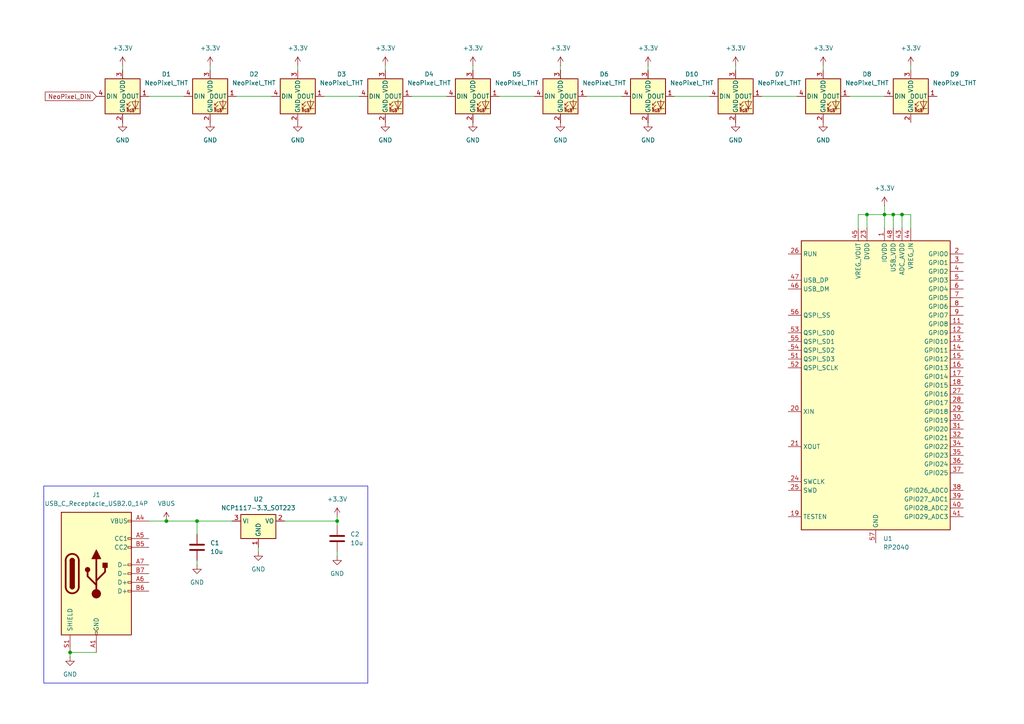
<source format=kicad_sch>
(kicad_sch (version 20250114) (generator "eeschema") (generator_version "9.0")
  (paper "A4")
  (lib_symbols
    (symbol "Connector:USB_C_Receptacle_USB2.0_14P" (pin_names (offset 1.016))
      (property "Reference" "J" (at 0 22.225 0))
      (property "Value" "USB_C_Receptacle_USB2.0_14P" (at 0 19.685 0))
      (symbol "USB_C_Receptacle_USB2.0_14P_0_0"
        (rectangle (start -0.254 -17.78) (end 0.254 -16.764))
        (rectangle (start 10.16 15.494) (end 9.144 14.986))
        (rectangle (start 10.16 10.414) (end 9.144 9.906))
        (rectangle (start 10.16 7.874) (end 9.144 7.366))
        (rectangle (start 10.16 2.794) (end 9.144 2.286))
        (rectangle (start 10.16 0.254) (end 9.144 -0.254))
        (rectangle (start 10.16 -2.286) (end 9.144 -2.794))
        (rectangle (start 10.16 -4.826) (end 9.144 -5.334))
      )
      (symbol "USB_C_Receptacle_USB2.0_14P_0_1"
        (rectangle (start -10.16 17.78) (end 10.16 -17.78) (stroke (width 0.254)) (fill (type background)))
        (polyline (pts (xy -8.89 -3.81) (xy -8.89 3.81)) (stroke (width 0.508)))
        (rectangle (start -7.62 -3.81) (end -6.35 3.81) (stroke (width 0.254)) (fill (type outline)))
        (arc (start -7.62 3.81) (mid -6.985 4.4423) (end -6.35 3.81) (stroke (width 0.254)))
        (arc (start -7.62 3.81) (mid -6.985 4.4423) (end -6.35 3.81) (stroke (width 0.254)) (fill (type outline)))
        (arc (start -8.89 3.81) (mid -6.985 5.7067) (end -5.08 3.81) (stroke (width 0.508)))
        (arc (start -5.08 -3.81) (mid -6.985 -5.7067) (end -8.89 -3.81) (stroke (width 0.508)))
        (arc (start -6.35 -3.81) (mid -6.985 -4.4423) (end -7.62 -3.81) (stroke (width 0.254)))
        (arc (start -6.35 -3.81) (mid -6.985 -4.4423) (end -7.62 -3.81) (stroke (width 0.254)) (fill (type outline)))
        (polyline (pts (xy -5.08 3.81) (xy -5.08 -3.81)) (stroke (width 0.508)))
        (circle (center -2.54 1.143) (radius 0.635) (stroke (width 0.254)) (fill (type outline)))
        (polyline (pts (xy -1.27 4.318) (xy 0 6.858) (xy 1.27 4.318) (xy -1.27 4.318)) (stroke (width 0.254)) (fill (type outline)))
        (polyline (pts (xy 0 -2.032) (xy 2.54 0.508) (xy 2.54 1.778)) (stroke (width 0.508)))
        (polyline (pts (xy 0 -3.302) (xy -2.54 -0.762) (xy -2.54 0.508)) (stroke (width 0.508)))
        (polyline (pts (xy 0 -5.842) (xy 0 4.318)) (stroke (width 0.508)))
        (circle (center 0 -5.842) (radius 1.27) (fill (type outline)))
        (rectangle (start 1.905 1.778) (end 3.175 3.048) (stroke (width 0.254)) (fill (type outline)))
      )
      (symbol "USB_C_Receptacle_USB2.0_14P_1_1"
        (pin passive line (at -7.62 -22.86 90) (length 5.08) (name "SHIELD") (number "S1"))
        (pin passive line (at 0 -22.86 90) (length 5.08) (name "GND") (number "A1"))
        (pin passive line (at 0 -22.86 90) (length 5.08) (hide yes) (name "GND") (number "A12"))
        (pin passive line (at 0 -22.86 90) (length 5.08) (hide yes) (name "GND") (number "B1"))
        (pin passive line (at 0 -22.86 90) (length 5.08) (hide yes) (name "GND") (number "B12"))
        (pin passive line (at 15.24 15.24 180) (length 5.08) (name "VBUS") (number "A4"))
        (pin passive line (at 15.24 15.24 180) (length 5.08) (hide yes) (name "VBUS") (number "A9"))
        (pin passive line (at 15.24 15.24 180) (length 5.08) (hide yes) (name "VBUS") (number "B4"))
        (pin passive line (at 15.24 15.24 180) (length 5.08) (hide yes) (name "VBUS") (number "B9"))
        (pin bidirectional line (at 15.24 10.16 180) (length 5.08) (name "CC1") (number "A5"))
        (pin bidirectional line (at 15.24 7.62 180) (length 5.08) (name "CC2") (number "B5"))
        (pin bidirectional line (at 15.24 2.54 180) (length 5.08) (name "D-") (number "A7"))
        (pin bidirectional line (at 15.24 0 180) (length 5.08) (name "D-") (number "B7"))
        (pin bidirectional line (at 15.24 -2.54 180) (length 5.08) (name "D+") (number "A6"))
        (pin bidirectional line (at 15.24 -5.08 180) (length 5.08) (name "D+") (number "B6"))
      )
    )
    (symbol "Device:C" (pin_numbers (hide yes)) (pin_names (offset 0.254))
      (property "Reference" "C" (at 0.635 2.54 0))
      (property "Value" "C" (at 0.635 -2.54 0))
      (symbol "C_0_1"
        (polyline (pts (xy -2.032 0.762) (xy 2.032 0.762)) (stroke (width 0.508)))
        (polyline (pts (xy -2.032 -0.762) (xy 2.032 -0.762)) (stroke (width 0.508)))
      )
      (symbol "C_1_1"
        (pin passive line (at 0 3.81 270) (length 2.794) (name "~") (number "1"))
        (pin passive line (at 0 -3.81 90) (length 2.794) (name "~") (number "2"))
      )
    )
    (symbol "LED:NeoPixel_THT" (pin_names (offset 0.254))
      (property "Reference" "D" (at 5.08 5.715 0))
      (property "Value" "NeoPixel_THT" (at 1.27 -5.715 0))
      (symbol "NeoPixel_THT_0_0"
        (text "RGB" (at 2.286 -4.191 0) (effects (font (size 0.762 0.762))))
      )
      (symbol "NeoPixel_THT_0_1"
        (polyline (pts (xy 1.27 -2.54) (xy 1.778 -2.54)))
        (polyline (pts (xy 1.27 -3.556) (xy 1.778 -3.556)))
        (polyline (pts (xy 2.286 -1.524) (xy 1.27 -2.54) (xy 1.27 -2.032)))
        (polyline (pts (xy 2.286 -2.54) (xy 1.27 -3.556) (xy 1.27 -3.048)))
        (polyline (pts (xy 3.683 -1.016) (xy 3.683 -3.556) (xy 3.683 -4.064)))
        (polyline (pts (xy 4.699 -1.524) (xy 2.667 -1.524) (xy 3.683 -3.556) (xy 4.699 -1.524)))
        (polyline (pts (xy 4.699 -3.556) (xy 2.667 -3.556)))
        (rectangle (start 5.08 5.08) (end -5.08 -5.08) (stroke (width 0.254)) (fill (type background)))
      )
      (symbol "NeoPixel_THT_1_1"
        (pin input line (at -7.62 0 0) (length 2.54) (name "DIN") (number "4"))
        (pin power_in line (at 0 7.62 270) (length 2.54) (name "VDD") (number "3"))
        (pin power_in line (at 0 -7.62 90) (length 2.54) (name "GND") (number "2"))
        (pin output line (at 7.62 0 180) (length 2.54) (name "DOUT") (number "1"))
      )
    )
    (symbol "MCU_RaspberryPi:RP2040"
      (property "Reference" "U" (at 17.78 45.72 0))
      (property "Value" "RP2040" (at 17.78 43.18 0))
      (symbol "RP2040_0_1"
        (rectangle (start -21.59 41.91) (end 21.59 -41.91) (stroke (width 0.254)) (fill (type background)))
      )
      (symbol "RP2040_1_1"
        (pin input line (at -25.4 38.1 0) (length 3.81) (name "RUN") (number "26"))
        (pin bidirectional line (at -25.4 30.48 0) (length 3.81) (name "USB_DP") (number "47"))
        (pin bidirectional line (at -25.4 27.94 0) (length 3.81) (name "USB_DM") (number "46"))
        (pin bidirectional line (at -25.4 20.32 0) (length 3.81) (name "QSPI_SS") (number "56"))
        (pin bidirectional line (at -25.4 15.24 0) (length 3.81) (name "QSPI_SD0") (number "53"))
        (pin bidirectional line (at -25.4 12.7 0) (length 3.81) (name "QSPI_SD1") (number "55"))
        (pin bidirectional line (at -25.4 10.16 0) (length 3.81) (name "QSPI_SD2") (number "54"))
        (pin bidirectional line (at -25.4 7.62 0) (length 3.81) (name "QSPI_SD3") (number "51"))
        (pin output line (at -25.4 5.08 0) (length 3.81) (name "QSPI_SCLK") (number "52"))
        (pin input line (at -25.4 -7.62 0) (length 3.81) (name "XIN") (number "20"))
        (pin passive line (at -25.4 -17.78 0) (length 3.81) (name "XOUT") (number "21"))
        (pin input line (at -25.4 -27.94 0) (length 3.81) (name "SWCLK") (number "24"))
        (pin bidirectional line (at -25.4 -30.48 0) (length 3.81) (name "SWD") (number "25"))
        (pin input line (at -25.4 -38.1 0) (length 3.81) (name "TESTEN") (number "19"))
        (pin power_out line (at -5.08 45.72 270) (length 3.81) (name "VREG_VOUT") (number "45"))
        (pin power_in line (at -2.54 45.72 270) (length 3.81) (name "DVDD") (number "23"))
        (pin passive line (at -2.54 45.72 270) (length 3.81) (hide yes) (name "DVDD") (number "50"))
        (pin power_in line (at 0 -45.72 90) (length 3.81) (name "GND") (number "57"))
        (pin power_in line (at 2.54 45.72 270) (length 3.81) (name "IOVDD") (number "1"))
        (pin passive line (at 2.54 45.72 270) (length 3.81) (hide yes) (name "IOVDD") (number "10"))
        (pin passive line (at 2.54 45.72 270) (length 3.81) (hide yes) (name "IOVDD") (number "22"))
        (pin passive line (at 2.54 45.72 270) (length 3.81) (hide yes) (name "IOVDD") (number "33"))
        (pin passive line (at 2.54 45.72 270) (length 3.81) (hide yes) (name "IOVDD") (number "42"))
        (pin passive line (at 2.54 45.72 270) (length 3.81) (hide yes) (name "IOVDD") (number "49"))
        (pin power_in line (at 5.08 45.72 270) (length 3.81) (name "USB_VDD") (number "48"))
        (pin power_in line (at 7.62 45.72 270) (length 3.81) (name "ADC_AVDD") (number "43"))
        (pin power_in line (at 10.16 45.72 270) (length 3.81) (name "VREG_IN") (number "44"))
        (pin bidirectional line (at 25.4 38.1 180) (length 3.81) (name "GPIO0") (number "2"))
        (pin bidirectional line (at 25.4 35.56 180) (length 3.81) (name "GPIO1") (number "3"))
        (pin bidirectional line (at 25.4 33.02 180) (length 3.81) (name "GPIO2") (number "4"))
        (pin bidirectional line (at 25.4 30.48 180) (length 3.81) (name "GPIO3") (number "5"))
        (pin bidirectional line (at 25.4 27.94 180) (length 3.81) (name "GPIO4") (number "6"))
        (pin bidirectional line (at 25.4 25.4 180) (length 3.81) (name "GPIO5") (number "7"))
        (pin bidirectional line (at 25.4 22.86 180) (length 3.81) (name "GPIO6") (number "8"))
        (pin bidirectional line (at 25.4 20.32 180) (length 3.81) (name "GPIO7") (number "9"))
        (pin bidirectional line (at 25.4 17.78 180) (length 3.81) (name "GPIO8") (number "11"))
        (pin bidirectional line (at 25.4 15.24 180) (length 3.81) (name "GPIO9") (number "12"))
        (pin bidirectional line (at 25.4 12.7 180) (length 3.81) (name "GPIO10") (number "13"))
        (pin bidirectional line (at 25.4 10.16 180) (length 3.81) (name "GPIO11") (number "14"))
        (pin bidirectional line (at 25.4 7.62 180) (length 3.81) (name "GPIO12") (number "15"))
        (pin bidirectional line (at 25.4 5.08 180) (length 3.81) (name "GPIO13") (number "16"))
        (pin bidirectional line (at 25.4 2.54 180) (length 3.81) (name "GPIO14") (number "17"))
        (pin bidirectional line (at 25.4 0 180) (length 3.81) (name "GPIO15") (number "18"))
        (pin bidirectional line (at 25.4 -2.54 180) (length 3.81) (name "GPIO16") (number "27"))
        (pin bidirectional line (at 25.4 -5.08 180) (length 3.81) (name "GPIO17") (number "28"))
        (pin bidirectional line (at 25.4 -7.62 180) (length 3.81) (name "GPIO18") (number "29"))
        (pin bidirectional line (at 25.4 -10.16 180) (length 3.81) (name "GPIO19") (number "30"))
        (pin bidirectional line (at 25.4 -12.7 180) (length 3.81) (name "GPIO20") (number "31"))
        (pin bidirectional line (at 25.4 -15.24 180) (length 3.81) (name "GPIO21") (number "32"))
        (pin bidirectional line (at 25.4 -17.78 180) (length 3.81) (name "GPIO22") (number "34"))
        (pin bidirectional line (at 25.4 -20.32 180) (length 3.81) (name "GPIO23") (number "35"))
        (pin bidirectional line (at 25.4 -22.86 180) (length 3.81) (name "GPIO24") (number "36"))
        (pin bidirectional line (at 25.4 -25.4 180) (length 3.81) (name "GPIO25") (number "37"))
        (pin bidirectional line (at 25.4 -30.48 180) (length 3.81) (name "GPIO26_ADC0") (number "38"))
        (pin bidirectional line (at 25.4 -33.02 180) (length 3.81) (name "GPIO27_ADC1") (number "39"))
        (pin bidirectional line (at 25.4 -35.56 180) (length 3.81) (name "GPIO28_ADC2") (number "40"))
        (pin bidirectional line (at 25.4 -38.1 180) (length 3.81) (name "GPIO29_ADC3") (number "41"))
      )
    )
    (symbol "Regulator_Linear:NCP1117-3.3_SOT223"
      (property "Reference" "U" (at -3.81 3.175 0))
      (property "Value" "NCP1117-3.3_SOT223" (at 0 3.175 0))
      (symbol "NCP1117-3.3_SOT223_0_1"
        (rectangle (start -5.08 -5.08) (end 5.08 1.905) (stroke (width 0.254)) (fill (type background)))
      )
      (symbol "NCP1117-3.3_SOT223_1_1"
        (pin power_in line (at -7.62 0 0) (length 2.54) (name "VI") (number "3"))
        (pin power_in line (at 0 -7.62 90) (length 2.54) (name "GND") (number "1"))
        (pin power_out line (at 7.62 0 180) (length 2.54) (name "VO") (number "2"))
      )
    )
    (symbol "power:+3.3V" (power) (pin_numbers (hide yes)) (pin_names (offset 0) (hide yes))
      (property "Value" "+3.3V" (at 0 3.556 0))
      (symbol "+3.3V_0_1"
        (polyline (pts (xy -0.762 1.27) (xy 0 2.54)))
        (polyline (pts (xy 0 2.54) (xy 0.762 1.27)))
        (polyline (pts (xy 0 0) (xy 0 2.54)))
      )
      (symbol "+3.3V_1_1"
        (pin power_in line (at 0 0 90) (length 0) (name "~") (number "1"))
      )
    )
    (symbol "power:GND" (power) (pin_numbers (hide yes)) (pin_names (offset 0) (hide yes))
      (property "Value" "GND" (at 0 -3.81 0))
      (symbol "GND_0_1"
        (polyline (pts (xy 0 0) (xy 0 -1.27) (xy 1.27 -1.27) (xy 0 -2.54) (xy -1.27 -1.27) (xy 0 -1.27)))
      )
      (symbol "GND_1_1"
        (pin power_in line (at 0 0 270) (length 0) (name "~") (number "1"))
      )
    )
    (symbol "power:VBUS" (power) (pin_numbers (hide yes)) (pin_names (offset 0) (hide yes))
      (property "Value" "VBUS" (at 0 3.556 0))
      (symbol "VBUS_0_1"
        (polyline (pts (xy -0.762 1.27) (xy 0 2.54)))
        (polyline (pts (xy 0 2.54) (xy 0.762 1.27)))
        (polyline (pts (xy 0 0) (xy 0 2.54)))
      )
      (symbol "VBUS_1_1"
        (pin power_in line (at 0 0 90) (length 0) (name "~") (number "1"))
      )
    )
  )
  (rectangle (start 12.7 140.97) (end 106.68 198.12))
  (junction (at 57.15 151.13))
  (junction (at 48.26 151.13))
  (junction (at 251.46 62.23))
  (junction (at 20.32 189.23))
  (junction (at 261.62 62.23))
  (junction (at 97.79 151.13))
  (junction (at 259.08 62.23))
  (junction (at 256.54 62.23))
  (wire (pts (xy 97.79 149.86) (xy 97.79 151.13)))
  (wire (pts (xy 238.76 19.05) (xy 238.76 20.32)))
  (wire (pts (xy 261.62 62.23) (xy 261.62 66.04)))
  (wire (pts (xy 35.56 19.05) (xy 35.56 20.32)))
  (wire (pts (xy 93.98 27.94) (xy 104.14 27.94)))
  (wire (pts (xy 111.76 19.05) (xy 111.76 20.32)))
  (wire (pts (xy 251.46 66.04) (xy 251.46 62.23)))
  (wire (pts (xy 259.08 62.23) (xy 261.62 62.23)))
  (wire (pts (xy 187.96 19.05) (xy 187.96 20.32)))
  (wire (pts (xy 259.08 62.23) (xy 259.08 66.04)))
  (wire (pts (xy 220.98 27.94) (xy 231.14 27.94)))
  (wire (pts (xy 74.93 158.75) (xy 74.93 160.02)))
  (wire (pts (xy 20.32 190.5) (xy 20.32 189.23)))
  (wire (pts (xy 119.38 27.94) (xy 129.54 27.94)))
  (wire (pts (xy 43.18 27.94) (xy 53.34 27.94)))
  (wire (pts (xy 264.16 62.23) (xy 264.16 66.04)))
  (wire (pts (xy 60.96 19.05) (xy 60.96 20.32)))
  (wire (pts (xy 68.58 27.94) (xy 78.74 27.94)))
  (wire (pts (xy 137.16 19.05) (xy 137.16 20.32)))
  (wire (pts (xy 57.15 151.13) (xy 57.15 154.94)))
  (wire (pts (xy 248.92 62.23) (xy 251.46 62.23)))
  (wire (pts (xy 261.62 62.23) (xy 264.16 62.23)))
  (wire (pts (xy 144.78 27.94) (xy 154.94 27.94)))
  (wire (pts (xy 82.55 151.13) (xy 97.79 151.13)))
  (wire (pts (xy 256.54 62.23) (xy 256.54 66.04)))
  (wire (pts (xy 162.56 19.05) (xy 162.56 20.32)))
  (wire (pts (xy 251.46 62.23) (xy 256.54 62.23)))
  (wire (pts (xy 256.54 62.23) (xy 259.08 62.23)))
  (wire (pts (xy 20.32 189.23) (xy 27.94 189.23)))
  (wire (pts (xy 264.16 19.05) (xy 264.16 20.32)))
  (wire (pts (xy 43.18 151.13) (xy 48.26 151.13)))
  (wire (pts (xy 246.38 27.94) (xy 256.54 27.94)))
  (wire (pts (xy 256.54 59.69) (xy 256.54 62.23)))
  (wire (pts (xy 86.36 19.05) (xy 86.36 20.32)))
  (wire (pts (xy 57.15 151.13) (xy 67.31 151.13)))
  (wire (pts (xy 57.15 162.56) (xy 57.15 163.83)))
  (wire (pts (xy 48.26 151.13) (xy 57.15 151.13)))
  (wire (pts (xy 248.92 66.04) (xy 248.92 62.23)))
  (wire (pts (xy 195.58 27.94) (xy 205.74 27.94)))
  (wire (pts (xy 97.79 151.13) (xy 97.79 152.4)))
  (wire (pts (xy 213.36 19.05) (xy 213.36 20.32)))
  (wire (pts (xy 97.79 160.02) (xy 97.79 161.29)))
  (wire (pts (xy 170.18 27.94) (xy 180.34 27.94)))
  (global_label "NeoPixel_DIN" (shape input) (at 27.94 27.94 180) (property "Intersheetrefs" "${INTERSHEET_REFS}" (effects (hide yes))))
  (symbol (lib_id "LED:NeoPixel_THT") (at 238.76 27.94 0) (unit 1)
    (property "Reference" "D8" (at 251.46 21.5198 0))
    (property "Value" "NeoPixel_THT" (at 251.46 24.0598 0))
    (property "Datasheet" "https://www.adafruit.com/product/1938" (effects (hide yes)))
    (property "Description" "RGB LED with integrated controller, 5mm/8mm LED package" (effects (hide yes)))
  )
  (symbol (lib_id "power:GND") (at 137.16 35.56 0) (unit 1)
    (property "Reference" "#PWR05" (effects (hide yes)))
    (property "Value" "GND" (at 137.16 40.64 0))
    (property "Description" "Power symbol creates a global label with name \"GND\" , ground" (effects (hide yes)))
  )
  (symbol (lib_id "LED:NeoPixel_THT") (at 60.96 27.94 0) (unit 1)
    (property "Reference" "D2" (at 73.66 21.5198 0))
    (property "Value" "NeoPixel_THT" (at 73.66 24.0598 0))
    (property "Datasheet" "https://www.adafruit.com/product/1938" (effects (hide yes)))
    (property "Description" "RGB LED with integrated controller, 5mm/8mm LED package" (effects (hide yes)))
  )
  (symbol (lib_id "LED:NeoPixel_THT") (at 264.16 27.94 0) (unit 1)
    (property "Reference" "D9" (at 276.86 21.5198 0))
    (property "Value" "NeoPixel_THT" (at 276.86 24.0598 0))
    (property "Datasheet" "https://www.adafruit.com/product/1938" (effects (hide yes)))
    (property "Description" "RGB LED with integrated controller, 5mm/8mm LED package" (effects (hide yes)))
  )
  (symbol (lib_id "power:GND") (at 57.15 163.83 0) (unit 1)
    (property "Reference" "#PWR012" (effects (hide yes)))
    (property "Value" "GND" (at 57.15 168.91 0))
    (property "Description" "Power symbol creates a global label with name \"GND\" , ground" (effects (hide yes)))
  )
  (symbol (lib_id "power:GND") (at 60.96 35.56 0) (unit 1)
    (property "Reference" "#PWR02" (effects (hide yes)))
    (property "Value" "GND" (at 60.96 40.64 0))
    (property "Description" "Power symbol creates a global label with name \"GND\" , ground" (effects (hide yes)))
  )
  (symbol (lib_id "power:+3.3V") (at 111.76 19.05 0) (unit 1)
    (property "Reference" "#PWR020" (effects (hide yes)))
    (property "Value" "+3.3V" (at 111.76 13.97 0))
    (property "Description" "Power symbol creates a global label with name \"+3.3V\"" (effects (hide yes)))
  )
  (symbol (lib_id "power:+3.3V") (at 264.16 19.05 0) (unit 1)
    (property "Reference" "#PWR026" (effects (hide yes)))
    (property "Value" "+3.3V" (at 264.16 13.97 0))
    (property "Description" "Power symbol creates a global label with name \"+3.3V\"" (effects (hide yes)))
  )
  (symbol (lib_id "power:+3.3V") (at 187.96 19.05 0) (unit 1)
    (property "Reference" "#PWR023" (effects (hide yes)))
    (property "Value" "+3.3V" (at 187.96 13.97 0))
    (property "Description" "Power symbol creates a global label with name \"+3.3V\"" (effects (hide yes)))
  )
  (symbol (lib_id "power:GND") (at 162.56 35.56 0) (unit 1)
    (property "Reference" "#PWR06" (effects (hide yes)))
    (property "Value" "GND" (at 162.56 40.64 0))
    (property "Description" "Power symbol creates a global label with name \"GND\" , ground" (effects (hide yes)))
  )
  (symbol (lib_id "power:+3.3V") (at 97.79 149.86 0) (unit 1)
    (property "Reference" "#PWR015" (effects (hide yes)))
    (property "Value" "+3.3V" (at 97.79 144.78 0))
    (property "Description" "Power symbol creates a global label with name \"+3.3V\"" (effects (hide yes)))
  )
  (symbol (lib_id "power:+3.3V") (at 86.36 19.05 0) (unit 1)
    (property "Reference" "#PWR019" (effects (hide yes)))
    (property "Value" "+3.3V" (at 86.36 13.97 0))
    (property "Description" "Power symbol creates a global label with name \"+3.3V\"" (effects (hide yes)))
  )
  (symbol (lib_id "Device:C") (at 97.79 156.21 0) (unit 1)
    (property "Reference" "C2" (at 101.6 154.9399 0) (effects (justify left)))
    (property "Value" "10u" (at 101.6 157.4799 0) (effects (justify left)))
    (property "Description" "Unpolarized capacitor" (effects (hide yes)))
  )
  (symbol (lib_id "LED:NeoPixel_THT") (at 213.36 27.94 0) (unit 1)
    (property "Reference" "D7" (at 226.06 21.5198 0))
    (property "Value" "NeoPixel_THT" (at 226.06 24.0598 0))
    (property "Datasheet" "https://www.adafruit.com/product/1938" (effects (hide yes)))
    (property "Description" "RGB LED with integrated controller, 5mm/8mm LED package" (effects (hide yes)))
  )
  (symbol (lib_id "LED:NeoPixel_THT") (at 111.76 27.94 0) (unit 1)
    (property "Reference" "D4" (at 124.46 21.5198 0))
    (property "Value" "NeoPixel_THT" (at 124.46 24.0598 0))
    (property "Datasheet" "https://www.adafruit.com/product/1938" (effects (hide yes)))
    (property "Description" "RGB LED with integrated controller, 5mm/8mm LED package" (effects (hide yes)))
  )
  (symbol (lib_id "Device:C") (at 57.15 158.75 0) (unit 1)
    (property "Reference" "C1" (at 60.96 157.4799 0) (effects (justify left)))
    (property "Value" "10u" (at 60.96 160.0199 0) (effects (justify left)))
    (property "Description" "Unpolarized capacitor" (effects (hide yes)))
  )
  (symbol (lib_id "power:GND") (at 97.79 161.29 0) (unit 1)
    (property "Reference" "#PWR016" (effects (hide yes)))
    (property "Value" "GND" (at 97.79 166.37 0))
    (property "Description" "Power symbol creates a global label with name \"GND\" , ground" (effects (hide yes)))
  )
  (symbol (lib_id "Regulator_Linear:NCP1117-3.3_SOT223") (at 74.93 151.13 0) (unit 1)
    (property "Reference" "U2" (at 74.93 144.78 0))
    (property "Value" "NCP1117-3.3_SOT223" (at 74.93 147.32 0))
    (property "Footprint" "Package_TO_SOT_SMD:SOT-223-3_TabPin2" (effects (hide yes)))
    (property "Datasheet" "http://www.onsemi.com/pub_link/Collateral/NCP1117-D.PDF" (effects (hide yes)))
    (property "Description" "1A Low drop-out regulator, Fixed Output 3.3V, SOT-223" (effects (hide yes)))
  )
  (symbol (lib_id "power:GND") (at 74.93 160.02 0) (unit 1)
    (property "Reference" "#PWR014" (effects (hide yes)))
    (property "Value" "GND" (at 74.93 165.1 0))
    (property "Description" "Power symbol creates a global label with name \"GND\" , ground" (effects (hide yes)))
  )
  (symbol (lib_id "power:VBUS") (at 48.26 151.13 0) (unit 1)
    (property "Reference" "#PWR011" (effects (hide yes)))
    (property "Value" "VBUS" (at 48.26 146.05 0))
    (property "Description" "Power symbol creates a global label with name \"VBUS\"" (effects (hide yes)))
  )
  (symbol (lib_id "Connector:USB_C_Receptacle_USB2.0_14P") (at 27.94 166.37 0) (unit 1)
    (property "Reference" "J1" (at 27.94 143.51 0))
    (property "Value" "USB_C_Receptacle_USB2.0_14P" (at 27.94 146.05 0))
    (property "Datasheet" "https://www.usb.org/sites/default/files/documents/usb_type-c.zip" (effects (hide yes)))
    (property "Description" "USB 2.0-only 14P Type-C Receptacle connector" (effects (hide yes)))
  )
  (symbol (lib_id "LED:NeoPixel_THT") (at 162.56 27.94 0) (unit 1)
    (property "Reference" "D6" (at 175.26 21.5198 0))
    (property "Value" "NeoPixel_THT" (at 175.26 24.0598 0))
    (property "Datasheet" "https://www.adafruit.com/product/1938" (effects (hide yes)))
    (property "Description" "RGB LED with integrated controller, 5mm/8mm LED package" (effects (hide yes)))
  )
  (symbol (lib_id "power:+3.3V") (at 238.76 19.05 0) (unit 1)
    (property "Reference" "#PWR025" (effects (hide yes)))
    (property "Value" "+3.3V" (at 238.76 13.97 0))
    (property "Description" "Power symbol creates a global label with name \"+3.3V\"" (effects (hide yes)))
  )
  (symbol (lib_id "power:+3.3V") (at 60.96 19.05 0) (unit 1)
    (property "Reference" "#PWR018" (effects (hide yes)))
    (property "Value" "+3.3V" (at 60.96 13.97 0))
    (property "Description" "Power symbol creates a global label with name \"+3.3V\"" (effects (hide yes)))
  )
  (symbol (lib_id "power:GND") (at 238.76 35.56 0) (unit 1)
    (property "Reference" "#PWR09" (effects (hide yes)))
    (property "Value" "GND" (at 238.76 40.64 0))
    (property "Description" "Power symbol creates a global label with name \"GND\" , ground" (effects (hide yes)))
  )
  (symbol (lib_id "LED:NeoPixel_THT") (at 137.16 27.94 0) (unit 1)
    (property "Reference" "D5" (at 149.86 21.5198 0))
    (property "Value" "NeoPixel_THT" (at 149.86 24.0598 0))
    (property "Datasheet" "https://www.adafruit.com/product/1938" (effects (hide yes)))
    (property "Description" "RGB LED with integrated controller, 5mm/8mm LED package" (effects (hide yes)))
  )
  (symbol (lib_id "LED:NeoPixel_THT") (at 35.56 27.94 0) (unit 1)
    (property "Reference" "D1" (at 48.26 21.5198 0))
    (property "Value" "NeoPixel_THT" (at 48.26 24.0598 0))
    (property "Datasheet" "https://www.adafruit.com/product/1938" (effects (hide yes)))
    (property "Description" "RGB LED with integrated controller, 5mm/8mm LED package" (effects (hide yes)))
  )
  (symbol (lib_id "power:+3.3V") (at 256.54 59.69 0) (unit 1)
    (property "Reference" "#PWR013" (effects (hide yes)))
    (property "Value" "+3.3V" (at 256.54 54.61 0))
    (property "Description" "Power symbol creates a global label with name \"+3.3V\"" (effects (hide yes)))
  )
  (symbol (lib_id "LED:NeoPixel_THT") (at 86.36 27.94 0) (unit 1)
    (property "Reference" "D3" (at 99.06 21.5198 0))
    (property "Value" "NeoPixel_THT" (at 99.06 24.0598 0))
    (property "Datasheet" "https://www.adafruit.com/product/1938" (effects (hide yes)))
    (property "Description" "RGB LED with integrated controller, 5mm/8mm LED package" (effects (hide yes)))
  )
  (symbol (lib_id "power:GND") (at 20.32 190.5 0) (unit 1)
    (property "Reference" "#PWR010" (effects (hide yes)))
    (property "Value" "GND" (at 20.32 195.58 0))
    (property "Description" "Power symbol creates a global label with name \"GND\" , ground" (effects (hide yes)))
  )
  (symbol (lib_id "MCU_RaspberryPi:RP2040") (at 254 111.76 0) (unit 1)
    (property "Reference" "U1" (at 256.1433 156.21 0) (effects (justify left)))
    (property "Value" "RP2040" (at 256.1433 158.75 0) (effects (justify left)))
    (property "Footprint" "Package_DFN_QFN:QFN-56-1EP_7x7mm_P0.4mm_EP3.2x3.2mm" (effects (hide yes)))
    (property "Datasheet" "https://datasheets.raspberrypi.com/rp2040/rp2040-datasheet.pdf" (effects (hide yes)))
    (property "Description" "A microcontroller by Raspberry Pi" (effects (hide yes)))
  )
  (symbol (lib_id "power:GND") (at 35.56 35.56 0) (unit 1)
    (property "Reference" "#PWR01" (effects (hide yes)))
    (property "Value" "GND" (at 35.56 40.64 0))
    (property "Description" "Power symbol creates a global label with name \"GND\" , ground" (effects (hide yes)))
  )
  (symbol (lib_id "power:+3.3V") (at 213.36 19.05 0) (unit 1)
    (property "Reference" "#PWR024" (effects (hide yes)))
    (property "Value" "+3.3V" (at 213.36 13.97 0))
    (property "Description" "Power symbol creates a global label with name \"+3.3V\"" (effects (hide yes)))
  )
  (symbol (lib_id "power:+3.3V") (at 137.16 19.05 0) (unit 1)
    (property "Reference" "#PWR021" (effects (hide yes)))
    (property "Value" "+3.3V" (at 137.16 13.97 0))
    (property "Description" "Power symbol creates a global label with name \"+3.3V\"" (effects (hide yes)))
  )
  (symbol (lib_id "power:+3.3V") (at 35.56 19.05 0) (unit 1)
    (property "Reference" "#PWR017" (effects (hide yes)))
    (property "Value" "+3.3V" (at 35.56 13.97 0))
    (property "Description" "Power symbol creates a global label with name \"+3.3V\"" (effects (hide yes)))
  )
  (symbol (lib_id "power:GND") (at 213.36 35.56 0) (unit 1)
    (property "Reference" "#PWR08" (effects (hide yes)))
    (property "Value" "GND" (at 213.36 40.64 0))
    (property "Description" "Power symbol creates a global label with name \"GND\" , ground" (effects (hide yes)))
  )
  (symbol (lib_id "LED:NeoPixel_THT") (at 187.96 27.94 0) (unit 1)
    (property "Reference" "D10" (at 200.66 21.5198 0))
    (property "Value" "NeoPixel_THT" (at 200.66 24.0598 0))
    (property "Datasheet" "https://www.adafruit.com/product/1938" (effects (hide yes)))
    (property "Description" "RGB LED with integrated controller, 5mm/8mm LED package" (effects (hide yes)))
  )
  (symbol (lib_id "power:GND") (at 111.76 35.56 0) (unit 1)
    (property "Reference" "#PWR04" (effects (hide yes)))
    (property "Value" "GND" (at 111.76 40.64 0))
    (property "Description" "Power symbol creates a global label with name \"GND\" , ground" (effects (hide yes)))
  )
  (symbol (lib_id "power:GND") (at 187.96 35.56 0) (unit 1)
    (property "Reference" "#PWR07" (effects (hide yes)))
    (property "Value" "GND" (at 187.96 40.64 0))
    (property "Description" "Power symbol creates a global label with name \"GND\" , ground" (effects (hide yes)))
  )
  (symbol (lib_id "power:GND") (at 86.36 35.56 0) (unit 1)
    (property "Reference" "#PWR03" (effects (hide yes)))
    (property "Value" "GND" (at 86.36 40.64 0))
    (property "Description" "Power symbol creates a global label with name \"GND\" , ground" (effects (hide yes)))
  )
  (symbol (lib_id "power:+3.3V") (at 162.56 19.05 0) (unit 1)
    (property "Reference" "#PWR022" (effects (hide yes)))
    (property "Value" "+3.3V" (at 162.56 13.97 0))
    (property "Description" "Power symbol creates a global label with name \"+3.3V\"" (effects (hide yes)))
  )
)
</source>
